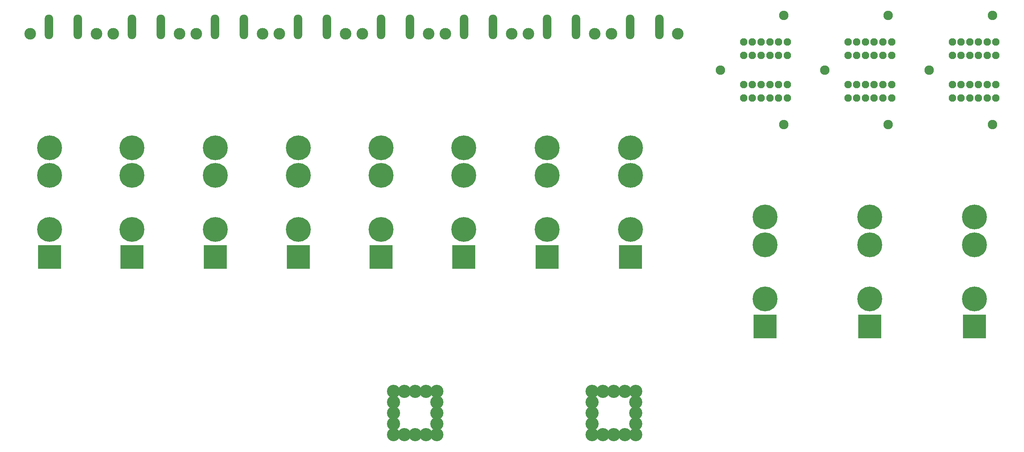
<source format=gbs>
G04*
G04 #@! TF.GenerationSoftware,Altium Limited,Altium Designer,22.8.2 (66)*
G04*
G04 Layer_Color=16711935*
%FSLAX25Y25*%
%MOIN*%
G70*
G04*
G04 #@! TF.SameCoordinates,E27F80D8-943B-43E4-A2F4-46A55102C9C5*
G04*
G04*
G04 #@! TF.FilePolarity,Negative*
G04*
G01*
G75*
%ADD12C,0.13398*%
%ADD13R,0.23635X0.24422*%
%ADD14C,0.25210*%
%ADD15C,0.07690*%
%ADD16C,0.09646*%
%ADD17C,0.11811*%
G04:AMPARAMS|DCode=18|XSize=250.13mil|YSize=86.74mil|CornerRadius=43.37mil|HoleSize=0mil|Usage=FLASHONLY|Rotation=90.000|XOffset=0mil|YOffset=0mil|HoleType=Round|Shape=RoundedRectangle|*
%AMROUNDEDRECTD18*
21,1,0.25013,0.00000,0,0,90.0*
21,1,0.16339,0.08674,0,0,90.0*
1,1,0.08674,0.00000,0.08169*
1,1,0.08674,0.00000,-0.08169*
1,1,0.08674,0.00000,-0.08169*
1,1,0.08674,0.00000,0.08169*
%
%ADD18ROUNDEDRECTD18*%
D12*
X1340276Y1118130D02*
D03*
X1351299D02*
D03*
X1362323D02*
D03*
X1373347D02*
D03*
X1384370D02*
D03*
Y1107106D02*
D03*
Y1096083D02*
D03*
Y1085059D02*
D03*
Y1074035D02*
D03*
X1373347D02*
D03*
X1362323D02*
D03*
X1351299D02*
D03*
X1340276D02*
D03*
Y1085059D02*
D03*
Y1096083D02*
D03*
Y1107106D02*
D03*
X1138504Y1118130D02*
D03*
X1149528D02*
D03*
X1160551D02*
D03*
X1171575D02*
D03*
X1182598D02*
D03*
Y1107106D02*
D03*
Y1096083D02*
D03*
Y1085059D02*
D03*
Y1074035D02*
D03*
X1171575D02*
D03*
X1160551D02*
D03*
X1149528D02*
D03*
X1138504D02*
D03*
Y1085059D02*
D03*
Y1096083D02*
D03*
Y1107106D02*
D03*
D13*
X872878Y1254587D02*
D03*
X789319D02*
D03*
X1041836D02*
D03*
X957357D02*
D03*
X1125694D02*
D03*
X1209966D02*
D03*
X1294652D02*
D03*
X1379131D02*
D03*
X1728346Y1184134D02*
D03*
X1515748D02*
D03*
X1622047D02*
D03*
D14*
X872878Y1282658D02*
D03*
Y1337658D02*
D03*
Y1365729D02*
D03*
X789319Y1282658D02*
D03*
Y1337658D02*
D03*
Y1365729D02*
D03*
X1041836Y1282658D02*
D03*
Y1337658D02*
D03*
Y1365729D02*
D03*
X957357Y1282658D02*
D03*
Y1337658D02*
D03*
Y1365729D02*
D03*
X1125694Y1282658D02*
D03*
Y1337658D02*
D03*
Y1365729D02*
D03*
X1209966Y1282658D02*
D03*
Y1337658D02*
D03*
Y1365729D02*
D03*
X1294652Y1282658D02*
D03*
Y1337658D02*
D03*
Y1365729D02*
D03*
X1379131Y1282658D02*
D03*
Y1337658D02*
D03*
Y1365729D02*
D03*
X1728346Y1212205D02*
D03*
Y1267205D02*
D03*
Y1295276D02*
D03*
X1515748Y1212205D02*
D03*
Y1267205D02*
D03*
Y1295276D02*
D03*
X1622047Y1212205D02*
D03*
Y1267205D02*
D03*
Y1295276D02*
D03*
D15*
X1706043Y1416339D02*
D03*
Y1430118D02*
D03*
X1714902Y1416339D02*
D03*
Y1430118D02*
D03*
X1723760Y1416339D02*
D03*
Y1430118D02*
D03*
X1732618Y1416339D02*
D03*
Y1430118D02*
D03*
X1741476Y1416339D02*
D03*
Y1430118D02*
D03*
X1750335Y1416339D02*
D03*
Y1430118D02*
D03*
X1706043Y1459646D02*
D03*
Y1473425D02*
D03*
X1714902Y1459646D02*
D03*
Y1473425D02*
D03*
X1723760Y1459646D02*
D03*
Y1473425D02*
D03*
X1732618Y1459646D02*
D03*
Y1473425D02*
D03*
X1741476Y1459646D02*
D03*
Y1473425D02*
D03*
X1750335Y1459646D02*
D03*
Y1473425D02*
D03*
X1600069Y1416339D02*
D03*
Y1430118D02*
D03*
X1608927Y1416339D02*
D03*
Y1430118D02*
D03*
X1617785Y1416339D02*
D03*
Y1430118D02*
D03*
X1626644Y1416339D02*
D03*
Y1430118D02*
D03*
X1635502Y1416339D02*
D03*
Y1430118D02*
D03*
X1644360Y1416339D02*
D03*
Y1430118D02*
D03*
X1600069Y1459646D02*
D03*
Y1473425D02*
D03*
X1608927Y1459646D02*
D03*
Y1473425D02*
D03*
X1617785Y1459646D02*
D03*
Y1473425D02*
D03*
X1626644Y1459646D02*
D03*
Y1473425D02*
D03*
X1635502Y1459646D02*
D03*
Y1473425D02*
D03*
X1644360Y1459646D02*
D03*
Y1473425D02*
D03*
X1494094Y1416339D02*
D03*
Y1430118D02*
D03*
X1502953Y1416339D02*
D03*
Y1430118D02*
D03*
X1511811Y1416339D02*
D03*
Y1430118D02*
D03*
X1520669Y1416339D02*
D03*
Y1430118D02*
D03*
X1529527Y1416339D02*
D03*
Y1430118D02*
D03*
X1538386Y1416339D02*
D03*
Y1430118D02*
D03*
X1494094Y1459646D02*
D03*
Y1473425D02*
D03*
X1502953Y1459646D02*
D03*
Y1473425D02*
D03*
X1511811Y1459646D02*
D03*
Y1473425D02*
D03*
X1520669Y1459646D02*
D03*
Y1473425D02*
D03*
X1529527Y1459646D02*
D03*
Y1473425D02*
D03*
X1538386Y1459646D02*
D03*
Y1473425D02*
D03*
D16*
X1746673Y1389370D02*
D03*
Y1500394D02*
D03*
X1682579Y1444882D02*
D03*
X1640699Y1389370D02*
D03*
Y1500394D02*
D03*
X1576604Y1444882D02*
D03*
X1534724Y1389370D02*
D03*
Y1500394D02*
D03*
X1470630Y1444882D02*
D03*
D17*
X921142Y1481686D02*
D03*
X853858D02*
D03*
X836791D02*
D03*
X769508D02*
D03*
X1089843D02*
D03*
X1022560D02*
D03*
X1005492D02*
D03*
X938209D02*
D03*
X1258544D02*
D03*
X1191261D02*
D03*
X1174193D02*
D03*
X1106910D02*
D03*
X1427245D02*
D03*
X1359962D02*
D03*
X1342895D02*
D03*
X1275611D02*
D03*
D18*
X902244Y1488792D02*
D03*
X872756D02*
D03*
X817894D02*
D03*
X788406D02*
D03*
X1070945D02*
D03*
X1041457D02*
D03*
X986595D02*
D03*
X957107D02*
D03*
X1239647D02*
D03*
X1210158D02*
D03*
X1155296D02*
D03*
X1125808D02*
D03*
X1408348D02*
D03*
X1378859D02*
D03*
X1323997D02*
D03*
X1294509D02*
D03*
M02*

</source>
